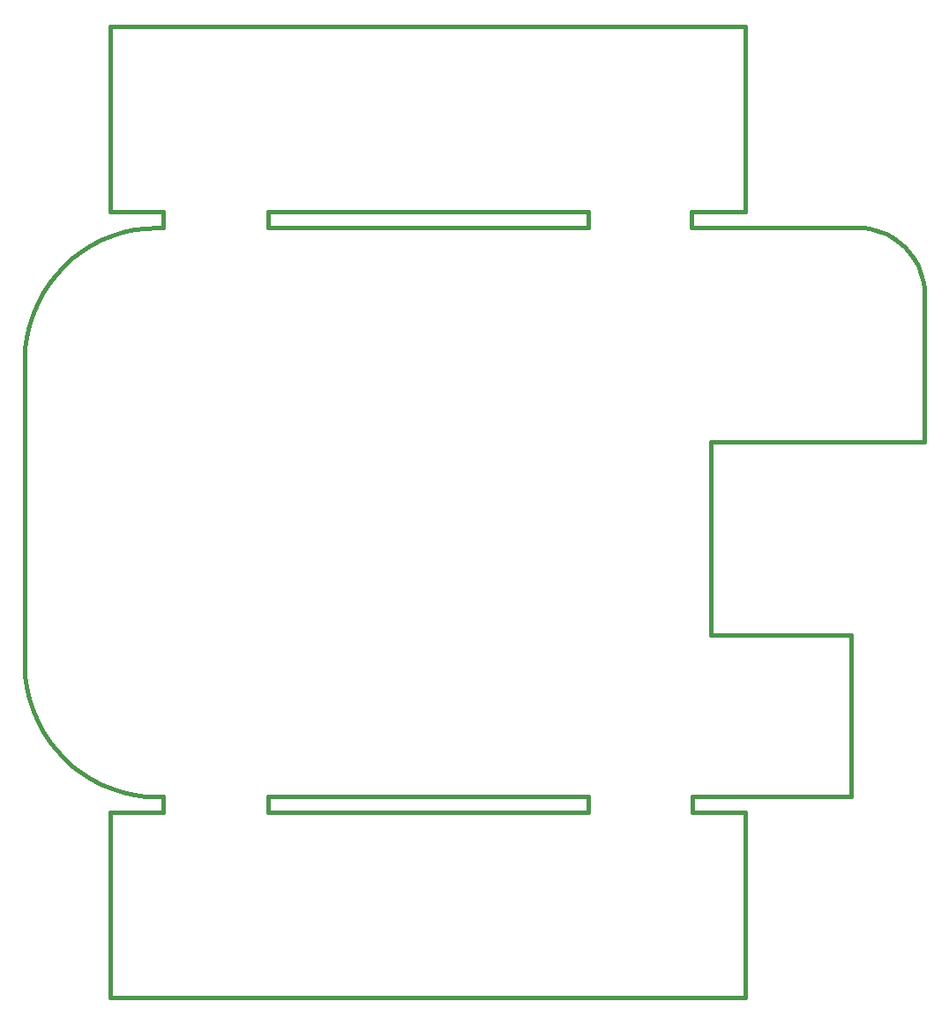
<source format=gbr>
G04 (created by PCBNEW-RS274X (2011-09-21 BZR 3143)-testing) date Wed 16 Nov 2011 12:17:37 AM EST*
G01*
G70*
G90*
%MOIN*%
G04 Gerber Fmt 3.4, Leading zero omitted, Abs format*
%FSLAX34Y34*%
G04 APERTURE LIST*
%ADD10C,0.006000*%
%ADD11C,0.015000*%
G04 APERTURE END LIST*
G54D10*
G54D11*
X21300Y00600D02*
X21300Y00000D01*
X09200Y00600D02*
X21300Y00600D01*
X09200Y00000D02*
X09200Y00600D01*
X21300Y00000D02*
X09200Y00000D01*
X09200Y-21500D02*
X09250Y-21500D01*
X09200Y-22100D02*
X09200Y-21500D01*
X21300Y-22100D02*
X09200Y-22100D01*
X21300Y-21500D02*
X21300Y-22100D01*
X09200Y-21500D02*
X21300Y-21500D01*
X31250Y-15400D02*
X25950Y-15400D01*
X31250Y-21500D02*
X28500Y-21500D01*
X31250Y-21500D02*
X31250Y-15450D01*
X05250Y00000D02*
X04900Y00000D01*
X05250Y00600D02*
X05250Y00000D01*
X03250Y00600D02*
X05250Y00600D01*
X25200Y00000D02*
X27250Y00000D01*
X25200Y00600D02*
X25200Y00000D01*
X27200Y00600D02*
X25200Y00600D01*
X27250Y-21500D02*
X25250Y-21500D01*
X27250Y-22100D02*
X27250Y-22150D01*
X25250Y-22100D02*
X27250Y-22100D01*
X25250Y-22100D02*
X25250Y-21500D01*
X05250Y-22100D02*
X05250Y-22050D01*
X03250Y-22100D02*
X05250Y-22100D01*
X05000Y-21500D02*
X05250Y-21500D01*
X05250Y-22100D02*
X05250Y-21500D01*
X27250Y-21500D02*
X28500Y-21500D01*
X27250Y-29100D02*
X27250Y-22100D01*
X03250Y-29100D02*
X27250Y-29100D01*
X03250Y-22100D02*
X03250Y-29100D01*
X03250Y07600D02*
X03250Y00600D01*
X27250Y07600D02*
X03250Y07600D01*
X27250Y00600D02*
X27250Y07600D01*
X27250Y00000D02*
X28500Y00000D01*
X25950Y-08100D02*
X25950Y-15400D01*
X34000Y-08100D02*
X25950Y-08100D01*
X34000Y-07900D02*
X34000Y-08100D01*
X28400Y00000D02*
X31500Y00000D01*
X00000Y-05000D02*
X00000Y-16500D01*
X34000Y-02500D02*
X34000Y-07950D01*
X34000Y-02500D02*
X33990Y-02283D01*
X33962Y-02066D01*
X33914Y-01853D01*
X33849Y-01645D01*
X33765Y-01444D01*
X33665Y-01251D01*
X33547Y-01067D01*
X33415Y-00894D01*
X33267Y-00733D01*
X33106Y-00585D01*
X32933Y-00453D01*
X32750Y-00335D01*
X32556Y-00235D01*
X32355Y-00151D01*
X32147Y-00086D01*
X31934Y-00038D01*
X31717Y-00010D01*
X31500Y00000D01*
X00000Y-16500D02*
X00020Y-16935D01*
X00076Y-17368D01*
X00171Y-17794D01*
X00302Y-18210D01*
X00469Y-18613D01*
X00670Y-18999D01*
X00905Y-19367D01*
X01170Y-19713D01*
X01465Y-20035D01*
X01787Y-20330D01*
X02133Y-20595D01*
X02501Y-20830D01*
X02887Y-21031D01*
X03290Y-21198D01*
X03706Y-21329D01*
X04132Y-21424D01*
X04565Y-21480D01*
X05000Y-21500D01*
X05000Y00000D02*
X04565Y-00020D01*
X04132Y-00076D01*
X03706Y-00171D01*
X03290Y-00302D01*
X02887Y-00469D01*
X02501Y-00670D01*
X02133Y-00905D01*
X01787Y-01170D01*
X01465Y-01465D01*
X01170Y-01787D01*
X00905Y-02133D01*
X00670Y-02501D01*
X00469Y-02887D01*
X00302Y-03290D01*
X00171Y-03706D01*
X00076Y-04132D01*
X00020Y-04565D01*
X00000Y-05000D01*
M02*

</source>
